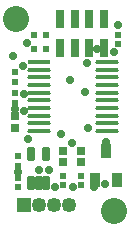
<source format=gbr>
%TF.GenerationSoftware,Altium Limited,Altium Designer,24.10.1 (45)*%
G04 Layer_Color=8388736*
%FSLAX45Y45*%
%MOMM*%
%TF.SameCoordinates,4467BDBC-AEE5-4BB1-B835-3B9CE31773A1*%
%TF.FilePolarity,Negative*%
%TF.FileFunction,Soldermask,Top*%
%TF.Part,Single*%
G01*
G75*
%TA.AperFunction,SMDPad,CuDef*%
%ADD14R,0.52000X0.52000*%
G04:AMPARAMS|DCode=15|XSize=1.95524mm|YSize=0.42077mm|CornerRadius=0.21038mm|HoleSize=0mm|Usage=FLASHONLY|Rotation=0.000|XOffset=0mm|YOffset=0mm|HoleType=Round|Shape=RoundedRectangle|*
%AMROUNDEDRECTD15*
21,1,1.95524,0.00000,0,0,0.0*
21,1,1.53447,0.42077,0,0,0.0*
1,1,0.42077,0.76723,0.00000*
1,1,0.42077,-0.76723,0.00000*
1,1,0.42077,-0.76723,0.00000*
1,1,0.42077,0.76723,0.00000*
%
%ADD15ROUNDEDRECTD15*%
%ADD16R,1.95524X0.42077*%
%TA.AperFunction,ConnectorPad*%
%ADD19R,0.67248X0.66817*%
%TA.AperFunction,SMDPad,CuDef*%
%ADD20R,0.50000X0.60000*%
%ADD21R,0.47247X0.46818*%
%ADD22R,0.67248X0.66817*%
%TA.AperFunction,ConnectorPad*%
%ADD37R,0.73320X1.51320*%
%ADD38R,0.90320X1.20320*%
%TA.AperFunction,SMDPad,CuDef*%
G04:AMPARAMS|DCode=39|XSize=0.6532mm|YSize=1.2532mm|CornerRadius=0.1511mm|HoleSize=0mm|Usage=FLASHONLY|Rotation=180.000|XOffset=0mm|YOffset=0mm|HoleType=Round|Shape=RoundedRectangle|*
%AMROUNDEDRECTD39*
21,1,0.65320,0.95100,0,0,180.0*
21,1,0.35100,1.25320,0,0,180.0*
1,1,0.30220,-0.17550,0.47550*
1,1,0.30220,0.17550,0.47550*
1,1,0.30220,0.17550,-0.47550*
1,1,0.30220,-0.17550,-0.47550*
%
%ADD39ROUNDEDRECTD39*%
%TA.AperFunction,ViaPad*%
%ADD40C,2.20320*%
%TA.AperFunction,ComponentPad*%
%ADD41C,1.25320*%
%ADD42R,1.25320X1.25320*%
%TA.AperFunction,ViaPad*%
%ADD43C,0.70320*%
D14*
X2616200Y3634100D02*
D03*
Y3554100D02*
D03*
Y3811900D02*
D03*
Y3731900D02*
D03*
X3492500Y4049400D02*
D03*
Y4129400D02*
D03*
X2641600Y3020700D02*
D03*
Y3100700D02*
D03*
Y2921000D02*
D03*
Y2841000D02*
D03*
D15*
X3399048Y3899300D02*
D03*
Y3834300D02*
D03*
Y3769300D02*
D03*
Y3704300D02*
D03*
Y3639300D02*
D03*
Y3574300D02*
D03*
Y3509300D02*
D03*
Y3444300D02*
D03*
Y3379300D02*
D03*
Y3314300D02*
D03*
X2823952D02*
D03*
Y3379300D02*
D03*
Y3444300D02*
D03*
Y3509300D02*
D03*
Y3574300D02*
D03*
Y3639300D02*
D03*
Y3704300D02*
D03*
Y3769300D02*
D03*
Y3834300D02*
D03*
D16*
Y3899300D02*
D03*
D19*
X2616200Y3340685D02*
D03*
Y3441115D02*
D03*
D20*
X2882900Y4127500D02*
D03*
X2782900D02*
D03*
X2782100Y4013200D02*
D03*
X2882100D02*
D03*
D21*
X3022600Y2855385D02*
D03*
Y2935815D02*
D03*
X3175000Y2855385D02*
D03*
Y2935815D02*
D03*
D22*
X3022600Y3048585D02*
D03*
Y3149015D02*
D03*
X3175000Y3048585D02*
D03*
Y3149015D02*
D03*
D37*
X3000200Y4260200D02*
D03*
X3125200D02*
D03*
X3250200D02*
D03*
X3375200D02*
D03*
Y4020200D02*
D03*
X3250200D02*
D03*
X3125200D02*
D03*
X3000200D02*
D03*
D38*
X3295900Y2902600D02*
D03*
X3485900D02*
D03*
X3390900Y3142600D02*
D03*
D39*
X2754400Y2874700D02*
D03*
X2819400D02*
D03*
X2884400D02*
D03*
Y3119700D02*
D03*
X2754400D02*
D03*
D40*
X3454400Y2641600D02*
D03*
X2628900Y4267200D02*
D03*
D41*
X3073400Y2692400D02*
D03*
X2946400D02*
D03*
X2819400D02*
D03*
D42*
X2692400D02*
D03*
D43*
X3454400Y3987800D02*
D03*
X3492500Y4216400D02*
D03*
X2718013Y4064002D02*
D03*
X3314700Y4013200D02*
D03*
X3289349Y2844710D02*
D03*
X2603500Y3948192D02*
D03*
X2684388Y3861600D02*
D03*
X3086100Y3746500D02*
D03*
X3229549Y3893100D02*
D03*
X3213100Y3641600D02*
D03*
X3238500Y3340100D02*
D03*
X3388161Y3225020D02*
D03*
X2692400Y3632200D02*
D03*
X2696729Y3486854D02*
D03*
X3009900Y3289300D02*
D03*
X2616200Y3505200D02*
D03*
X2641600Y2971800D02*
D03*
X2908300Y2984500D02*
D03*
X2819400D02*
D03*
X2730305Y3250467D02*
D03*
X3098800Y3213100D02*
D03*
X3378200Y2870200D02*
D03*
X3111500Y2844800D02*
D03*
X2959100D02*
D03*
%TF.MD5,88b92b6ab052d1387b018625d1765f43*%
M02*

</source>
